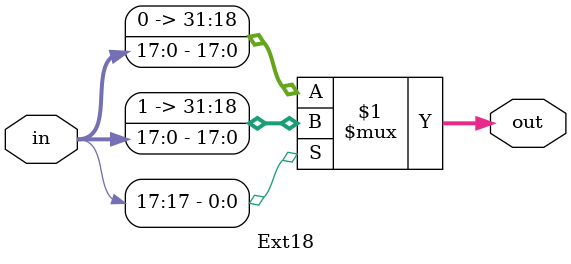
<source format=v>
module Ext18(
    input [17:0] in,
    output [31:0] out
);
    assign out = in[17]?{14'h3fff, in}:{14'b0, in};
endmodule

</source>
